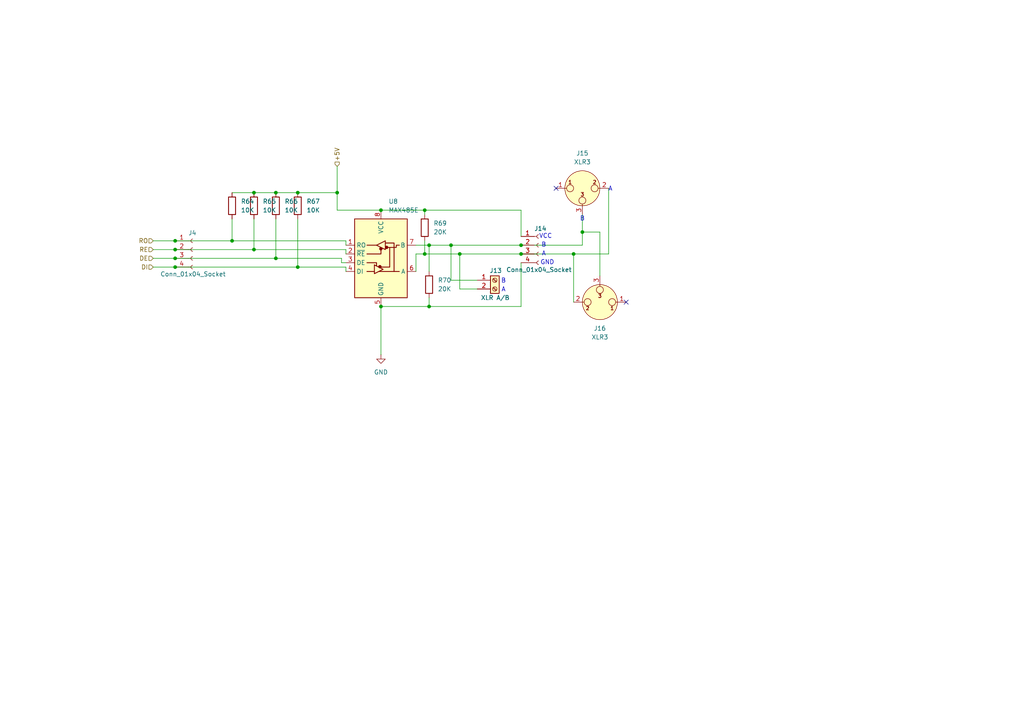
<source format=kicad_sch>
(kicad_sch
	(version 20231120)
	(generator "eeschema")
	(generator_version "8.0")
	(uuid "c6643cec-0f4b-46d7-89f9-372f75147800")
	(paper "A4")
	(lib_symbols
		(symbol "Connector:Conn_01x04_Socket"
			(pin_names
				(offset 1.016) hide)
			(exclude_from_sim no)
			(in_bom yes)
			(on_board yes)
			(property "Reference" "J"
				(at 0 5.08 0)
				(effects
					(font
						(size 1.27 1.27)
					)
				)
			)
			(property "Value" "Conn_01x04_Socket"
				(at 0 -7.62 0)
				(effects
					(font
						(size 1.27 1.27)
					)
				)
			)
			(property "Footprint" ""
				(at 0 0 0)
				(effects
					(font
						(size 1.27 1.27)
					)
					(hide yes)
				)
			)
			(property "Datasheet" "~"
				(at 0 0 0)
				(effects
					(font
						(size 1.27 1.27)
					)
					(hide yes)
				)
			)
			(property "Description" "Generic connector, single row, 01x04, script generated"
				(at 0 0 0)
				(effects
					(font
						(size 1.27 1.27)
					)
					(hide yes)
				)
			)
			(property "ki_locked" ""
				(at 0 0 0)
				(effects
					(font
						(size 1.27 1.27)
					)
				)
			)
			(property "ki_keywords" "connector"
				(at 0 0 0)
				(effects
					(font
						(size 1.27 1.27)
					)
					(hide yes)
				)
			)
			(property "ki_fp_filters" "Connector*:*_1x??_*"
				(at 0 0 0)
				(effects
					(font
						(size 1.27 1.27)
					)
					(hide yes)
				)
			)
			(symbol "Conn_01x04_Socket_1_1"
				(arc
					(start 0 -4.572)
					(mid -0.5058 -5.08)
					(end 0 -5.588)
					(stroke
						(width 0.1524)
						(type default)
					)
					(fill
						(type none)
					)
				)
				(arc
					(start 0 -2.032)
					(mid -0.5058 -2.54)
					(end 0 -3.048)
					(stroke
						(width 0.1524)
						(type default)
					)
					(fill
						(type none)
					)
				)
				(polyline
					(pts
						(xy -1.27 -5.08) (xy -0.508 -5.08)
					)
					(stroke
						(width 0.1524)
						(type default)
					)
					(fill
						(type none)
					)
				)
				(polyline
					(pts
						(xy -1.27 -2.54) (xy -0.508 -2.54)
					)
					(stroke
						(width 0.1524)
						(type default)
					)
					(fill
						(type none)
					)
				)
				(polyline
					(pts
						(xy -1.27 0) (xy -0.508 0)
					)
					(stroke
						(width 0.1524)
						(type default)
					)
					(fill
						(type none)
					)
				)
				(polyline
					(pts
						(xy -1.27 2.54) (xy -0.508 2.54)
					)
					(stroke
						(width 0.1524)
						(type default)
					)
					(fill
						(type none)
					)
				)
				(arc
					(start 0 0.508)
					(mid -0.5058 0)
					(end 0 -0.508)
					(stroke
						(width 0.1524)
						(type default)
					)
					(fill
						(type none)
					)
				)
				(arc
					(start 0 3.048)
					(mid -0.5058 2.54)
					(end 0 2.032)
					(stroke
						(width 0.1524)
						(type default)
					)
					(fill
						(type none)
					)
				)
				(pin passive line
					(at -5.08 2.54 0)
					(length 3.81)
					(name "Pin_1"
						(effects
							(font
								(size 1.27 1.27)
							)
						)
					)
					(number "1"
						(effects
							(font
								(size 1.27 1.27)
							)
						)
					)
				)
				(pin passive line
					(at -5.08 0 0)
					(length 3.81)
					(name "Pin_2"
						(effects
							(font
								(size 1.27 1.27)
							)
						)
					)
					(number "2"
						(effects
							(font
								(size 1.27 1.27)
							)
						)
					)
				)
				(pin passive line
					(at -5.08 -2.54 0)
					(length 3.81)
					(name "Pin_3"
						(effects
							(font
								(size 1.27 1.27)
							)
						)
					)
					(number "3"
						(effects
							(font
								(size 1.27 1.27)
							)
						)
					)
				)
				(pin passive line
					(at -5.08 -5.08 0)
					(length 3.81)
					(name "Pin_4"
						(effects
							(font
								(size 1.27 1.27)
							)
						)
					)
					(number "4"
						(effects
							(font
								(size 1.27 1.27)
							)
						)
					)
				)
			)
		)
		(symbol "Connector:Screw_Terminal_01x02"
			(pin_names
				(offset 1.016) hide)
			(exclude_from_sim no)
			(in_bom yes)
			(on_board yes)
			(property "Reference" "J"
				(at 0 2.54 0)
				(effects
					(font
						(size 1.27 1.27)
					)
				)
			)
			(property "Value" "Screw_Terminal_01x02"
				(at 0 -5.08 0)
				(effects
					(font
						(size 1.27 1.27)
					)
				)
			)
			(property "Footprint" ""
				(at 0 0 0)
				(effects
					(font
						(size 1.27 1.27)
					)
					(hide yes)
				)
			)
			(property "Datasheet" "~"
				(at 0 0 0)
				(effects
					(font
						(size 1.27 1.27)
					)
					(hide yes)
				)
			)
			(property "Description" "Generic screw terminal, single row, 01x02, script generated (kicad-library-utils/schlib/autogen/connector/)"
				(at 0 0 0)
				(effects
					(font
						(size 1.27 1.27)
					)
					(hide yes)
				)
			)
			(property "ki_keywords" "screw terminal"
				(at 0 0 0)
				(effects
					(font
						(size 1.27 1.27)
					)
					(hide yes)
				)
			)
			(property "ki_fp_filters" "TerminalBlock*:*"
				(at 0 0 0)
				(effects
					(font
						(size 1.27 1.27)
					)
					(hide yes)
				)
			)
			(symbol "Screw_Terminal_01x02_1_1"
				(rectangle
					(start -1.27 1.27)
					(end 1.27 -3.81)
					(stroke
						(width 0.254)
						(type default)
					)
					(fill
						(type background)
					)
				)
				(circle
					(center 0 -2.54)
					(radius 0.635)
					(stroke
						(width 0.1524)
						(type default)
					)
					(fill
						(type none)
					)
				)
				(polyline
					(pts
						(xy -0.5334 -2.2098) (xy 0.3302 -3.048)
					)
					(stroke
						(width 0.1524)
						(type default)
					)
					(fill
						(type none)
					)
				)
				(polyline
					(pts
						(xy -0.5334 0.3302) (xy 0.3302 -0.508)
					)
					(stroke
						(width 0.1524)
						(type default)
					)
					(fill
						(type none)
					)
				)
				(polyline
					(pts
						(xy -0.3556 -2.032) (xy 0.508 -2.8702)
					)
					(stroke
						(width 0.1524)
						(type default)
					)
					(fill
						(type none)
					)
				)
				(polyline
					(pts
						(xy -0.3556 0.508) (xy 0.508 -0.3302)
					)
					(stroke
						(width 0.1524)
						(type default)
					)
					(fill
						(type none)
					)
				)
				(circle
					(center 0 0)
					(radius 0.635)
					(stroke
						(width 0.1524)
						(type default)
					)
					(fill
						(type none)
					)
				)
				(pin passive line
					(at -5.08 0 0)
					(length 3.81)
					(name "Pin_1"
						(effects
							(font
								(size 1.27 1.27)
							)
						)
					)
					(number "1"
						(effects
							(font
								(size 1.27 1.27)
							)
						)
					)
				)
				(pin passive line
					(at -5.08 -2.54 0)
					(length 3.81)
					(name "Pin_2"
						(effects
							(font
								(size 1.27 1.27)
							)
						)
					)
					(number "2"
						(effects
							(font
								(size 1.27 1.27)
							)
						)
					)
				)
			)
		)
		(symbol "Connector_Audio:XLR3"
			(pin_names hide)
			(exclude_from_sim no)
			(in_bom yes)
			(on_board yes)
			(property "Reference" "J"
				(at 0 8.89 0)
				(effects
					(font
						(size 1.27 1.27)
					)
				)
			)
			(property "Value" "XLR3"
				(at 0 6.35 0)
				(effects
					(font
						(size 1.27 1.27)
					)
				)
			)
			(property "Footprint" ""
				(at 0 0 0)
				(effects
					(font
						(size 1.27 1.27)
					)
					(hide yes)
				)
			)
			(property "Datasheet" " ~"
				(at 0 0 0)
				(effects
					(font
						(size 1.27 1.27)
					)
					(hide yes)
				)
			)
			(property "Description" "XLR Connector, Male or Female, 3 Pins"
				(at 0 0 0)
				(effects
					(font
						(size 1.27 1.27)
					)
					(hide yes)
				)
			)
			(property "ki_keywords" "xlr connector"
				(at 0 0 0)
				(effects
					(font
						(size 1.27 1.27)
					)
					(hide yes)
				)
			)
			(property "ki_fp_filters" "Jack*XLR*"
				(at 0 0 0)
				(effects
					(font
						(size 1.27 1.27)
					)
					(hide yes)
				)
			)
			(symbol "XLR3_0_1"
				(circle
					(center -3.556 0)
					(radius 1.016)
					(stroke
						(width 0)
						(type default)
					)
					(fill
						(type none)
					)
				)
				(circle
					(center 0 -3.556)
					(radius 1.016)
					(stroke
						(width 0)
						(type default)
					)
					(fill
						(type none)
					)
				)
				(polyline
					(pts
						(xy -5.08 0) (xy -4.572 0)
					)
					(stroke
						(width 0)
						(type default)
					)
					(fill
						(type none)
					)
				)
				(polyline
					(pts
						(xy 0 -5.08) (xy 0 -4.572)
					)
					(stroke
						(width 0)
						(type default)
					)
					(fill
						(type none)
					)
				)
				(polyline
					(pts
						(xy 5.08 0) (xy 4.572 0)
					)
					(stroke
						(width 0)
						(type default)
					)
					(fill
						(type none)
					)
				)
				(circle
					(center 0 0)
					(radius 5.08)
					(stroke
						(width 0)
						(type default)
					)
					(fill
						(type background)
					)
				)
				(circle
					(center 3.556 0)
					(radius 1.016)
					(stroke
						(width 0)
						(type default)
					)
					(fill
						(type none)
					)
				)
				(text "1"
					(at -3.556 1.778 0)
					(effects
						(font
							(size 1.016 1.016)
							(bold yes)
						)
					)
				)
				(text "2"
					(at 3.556 1.778 0)
					(effects
						(font
							(size 1.016 1.016)
							(bold yes)
						)
					)
				)
				(text "3"
					(at 0 -1.778 0)
					(effects
						(font
							(size 1.016 1.016)
							(bold yes)
						)
					)
				)
				(pin passive line
					(at -7.62 0 0)
					(length 2.54)
					(name "~"
						(effects
							(font
								(size 1.27 1.27)
							)
						)
					)
					(number "1"
						(effects
							(font
								(size 1.27 1.27)
							)
						)
					)
				)
				(pin passive line
					(at 7.62 0 180)
					(length 2.54)
					(name "~"
						(effects
							(font
								(size 1.27 1.27)
							)
						)
					)
					(number "2"
						(effects
							(font
								(size 1.27 1.27)
							)
						)
					)
				)
				(pin passive line
					(at 0 -7.62 90)
					(length 2.54)
					(name "~"
						(effects
							(font
								(size 1.27 1.27)
							)
						)
					)
					(number "3"
						(effects
							(font
								(size 1.27 1.27)
							)
						)
					)
				)
			)
		)
		(symbol "Device:R"
			(pin_numbers hide)
			(pin_names
				(offset 0)
			)
			(exclude_from_sim no)
			(in_bom yes)
			(on_board yes)
			(property "Reference" "R"
				(at 2.032 0 90)
				(effects
					(font
						(size 1.27 1.27)
					)
				)
			)
			(property "Value" "R"
				(at 0 0 90)
				(effects
					(font
						(size 1.27 1.27)
					)
				)
			)
			(property "Footprint" ""
				(at -1.778 0 90)
				(effects
					(font
						(size 1.27 1.27)
					)
					(hide yes)
				)
			)
			(property "Datasheet" "~"
				(at 0 0 0)
				(effects
					(font
						(size 1.27 1.27)
					)
					(hide yes)
				)
			)
			(property "Description" "Resistor"
				(at 0 0 0)
				(effects
					(font
						(size 1.27 1.27)
					)
					(hide yes)
				)
			)
			(property "ki_keywords" "R res resistor"
				(at 0 0 0)
				(effects
					(font
						(size 1.27 1.27)
					)
					(hide yes)
				)
			)
			(property "ki_fp_filters" "R_*"
				(at 0 0 0)
				(effects
					(font
						(size 1.27 1.27)
					)
					(hide yes)
				)
			)
			(symbol "R_0_1"
				(rectangle
					(start -1.016 -2.54)
					(end 1.016 2.54)
					(stroke
						(width 0.254)
						(type default)
					)
					(fill
						(type none)
					)
				)
			)
			(symbol "R_1_1"
				(pin passive line
					(at 0 3.81 270)
					(length 1.27)
					(name "~"
						(effects
							(font
								(size 1.27 1.27)
							)
						)
					)
					(number "1"
						(effects
							(font
								(size 1.27 1.27)
							)
						)
					)
				)
				(pin passive line
					(at 0 -3.81 90)
					(length 1.27)
					(name "~"
						(effects
							(font
								(size 1.27 1.27)
							)
						)
					)
					(number "2"
						(effects
							(font
								(size 1.27 1.27)
							)
						)
					)
				)
			)
		)
		(symbol "Interface_UART:MAX485E"
			(exclude_from_sim no)
			(in_bom yes)
			(on_board yes)
			(property "Reference" "U"
				(at -6.096 11.43 0)
				(effects
					(font
						(size 1.27 1.27)
					)
				)
			)
			(property "Value" "MAX485E"
				(at 0.762 11.43 0)
				(effects
					(font
						(size 1.27 1.27)
					)
					(justify left)
				)
			)
			(property "Footprint" ""
				(at 0 -17.78 0)
				(effects
					(font
						(size 1.27 1.27)
					)
					(hide yes)
				)
			)
			(property "Datasheet" "https://datasheets.maximintegrated.com/en/ds/MAX1487E-MAX491E.pdf"
				(at 0 1.27 0)
				(effects
					(font
						(size 1.27 1.27)
					)
					(hide yes)
				)
			)
			(property "Description" "Half duplex RS-485/RS-422, 2.5 Mbps, ±15kV electro-static discharge (ESD) protection, no slew-rate, no low-power shutdown, with receiver/driver enable, 32 receiver drive capability, DIP-8 and SOIC-8"
				(at 0 0 0)
				(effects
					(font
						(size 1.27 1.27)
					)
					(hide yes)
				)
			)
			(property "ki_keywords" "transceiver"
				(at 0 0 0)
				(effects
					(font
						(size 1.27 1.27)
					)
					(hide yes)
				)
			)
			(property "ki_fp_filters" "DIP*W7.62mm* SOIC*3.9x4.9mm*P1.27mm*"
				(at 0 0 0)
				(effects
					(font
						(size 1.27 1.27)
					)
					(hide yes)
				)
			)
			(symbol "MAX485E_0_1"
				(rectangle
					(start -7.62 10.16)
					(end 7.62 -12.7)
					(stroke
						(width 0.254)
						(type default)
					)
					(fill
						(type background)
					)
				)
				(circle
					(center -0.3048 -3.683)
					(radius 0.3556)
					(stroke
						(width 0.254)
						(type default)
					)
					(fill
						(type outline)
					)
				)
				(circle
					(center -0.0254 1.4986)
					(radius 0.3556)
					(stroke
						(width 0.254)
						(type default)
					)
					(fill
						(type outline)
					)
				)
				(polyline
					(pts
						(xy -4.064 -5.08) (xy -1.905 -5.08)
					)
					(stroke
						(width 0.254)
						(type default)
					)
					(fill
						(type none)
					)
				)
				(polyline
					(pts
						(xy -4.064 2.54) (xy -1.27 2.54)
					)
					(stroke
						(width 0.254)
						(type default)
					)
					(fill
						(type none)
					)
				)
				(polyline
					(pts
						(xy -1.27 -3.2004) (xy -1.27 -3.4544)
					)
					(stroke
						(width 0.254)
						(type default)
					)
					(fill
						(type none)
					)
				)
				(polyline
					(pts
						(xy -0.635 -5.08) (xy 5.334 -5.08)
					)
					(stroke
						(width 0.254)
						(type default)
					)
					(fill
						(type none)
					)
				)
				(polyline
					(pts
						(xy -4.064 -2.54) (xy -1.27 -2.54) (xy -1.27 -3.175)
					)
					(stroke
						(width 0.254)
						(type default)
					)
					(fill
						(type none)
					)
				)
				(polyline
					(pts
						(xy 0 1.27) (xy 0 0) (xy -4.064 0)
					)
					(stroke
						(width 0.254)
						(type default)
					)
					(fill
						(type none)
					)
				)
				(polyline
					(pts
						(xy 1.27 3.175) (xy 3.81 3.175) (xy 3.81 -5.08)
					)
					(stroke
						(width 0.254)
						(type default)
					)
					(fill
						(type none)
					)
				)
				(polyline
					(pts
						(xy 2.54 1.905) (xy 2.54 -3.81) (xy 0 -3.81)
					)
					(stroke
						(width 0.254)
						(type default)
					)
					(fill
						(type none)
					)
				)
				(polyline
					(pts
						(xy -1.905 -3.175) (xy -1.905 -5.715) (xy 0.635 -4.445) (xy -1.905 -3.175)
					)
					(stroke
						(width 0.254)
						(type default)
					)
					(fill
						(type none)
					)
				)
				(polyline
					(pts
						(xy -1.27 2.54) (xy 1.27 3.81) (xy 1.27 1.27) (xy -1.27 2.54)
					)
					(stroke
						(width 0.254)
						(type default)
					)
					(fill
						(type none)
					)
				)
				(polyline
					(pts
						(xy 1.905 1.905) (xy 4.445 1.905) (xy 4.445 2.54) (xy 5.334 2.54)
					)
					(stroke
						(width 0.254)
						(type default)
					)
					(fill
						(type none)
					)
				)
				(rectangle
					(start 1.27 3.175)
					(end 1.27 3.175)
					(stroke
						(width 0)
						(type default)
					)
					(fill
						(type none)
					)
				)
				(circle
					(center 1.651 1.905)
					(radius 0.3556)
					(stroke
						(width 0.254)
						(type default)
					)
					(fill
						(type outline)
					)
				)
			)
			(symbol "MAX485E_1_1"
				(pin output line
					(at -10.16 2.54 0)
					(length 2.54)
					(name "RO"
						(effects
							(font
								(size 1.27 1.27)
							)
						)
					)
					(number "1"
						(effects
							(font
								(size 1.27 1.27)
							)
						)
					)
				)
				(pin input line
					(at -10.16 0 0)
					(length 2.54)
					(name "~{RE}"
						(effects
							(font
								(size 1.27 1.27)
							)
						)
					)
					(number "2"
						(effects
							(font
								(size 1.27 1.27)
							)
						)
					)
				)
				(pin input line
					(at -10.16 -2.54 0)
					(length 2.54)
					(name "DE"
						(effects
							(font
								(size 1.27 1.27)
							)
						)
					)
					(number "3"
						(effects
							(font
								(size 1.27 1.27)
							)
						)
					)
				)
				(pin input line
					(at -10.16 -5.08 0)
					(length 2.54)
					(name "DI"
						(effects
							(font
								(size 1.27 1.27)
							)
						)
					)
					(number "4"
						(effects
							(font
								(size 1.27 1.27)
							)
						)
					)
				)
				(pin power_in line
					(at 0 -15.24 90)
					(length 2.54)
					(name "GND"
						(effects
							(font
								(size 1.27 1.27)
							)
						)
					)
					(number "5"
						(effects
							(font
								(size 1.27 1.27)
							)
						)
					)
				)
				(pin bidirectional line
					(at 10.16 -5.08 180)
					(length 2.54)
					(name "A"
						(effects
							(font
								(size 1.27 1.27)
							)
						)
					)
					(number "6"
						(effects
							(font
								(size 1.27 1.27)
							)
						)
					)
				)
				(pin bidirectional line
					(at 10.16 2.54 180)
					(length 2.54)
					(name "B"
						(effects
							(font
								(size 1.27 1.27)
							)
						)
					)
					(number "7"
						(effects
							(font
								(size 1.27 1.27)
							)
						)
					)
				)
				(pin power_in line
					(at 0 12.7 270)
					(length 2.54)
					(name "VCC"
						(effects
							(font
								(size 1.27 1.27)
							)
						)
					)
					(number "8"
						(effects
							(font
								(size 1.27 1.27)
							)
						)
					)
				)
			)
		)
		(symbol "power:GND"
			(power)
			(pin_numbers hide)
			(pin_names
				(offset 0) hide)
			(exclude_from_sim no)
			(in_bom yes)
			(on_board yes)
			(property "Reference" "#PWR"
				(at 0 -6.35 0)
				(effects
					(font
						(size 1.27 1.27)
					)
					(hide yes)
				)
			)
			(property "Value" "GND"
				(at 0 -3.81 0)
				(effects
					(font
						(size 1.27 1.27)
					)
				)
			)
			(property "Footprint" ""
				(at 0 0 0)
				(effects
					(font
						(size 1.27 1.27)
					)
					(hide yes)
				)
			)
			(property "Datasheet" ""
				(at 0 0 0)
				(effects
					(font
						(size 1.27 1.27)
					)
					(hide yes)
				)
			)
			(property "Description" "Power symbol creates a global label with name \"GND\" , ground"
				(at 0 0 0)
				(effects
					(font
						(size 1.27 1.27)
					)
					(hide yes)
				)
			)
			(property "ki_keywords" "global power"
				(at 0 0 0)
				(effects
					(font
						(size 1.27 1.27)
					)
					(hide yes)
				)
			)
			(symbol "GND_0_1"
				(polyline
					(pts
						(xy 0 0) (xy 0 -1.27) (xy 1.27 -1.27) (xy 0 -2.54) (xy -1.27 -1.27) (xy 0 -1.27)
					)
					(stroke
						(width 0)
						(type default)
					)
					(fill
						(type none)
					)
				)
			)
			(symbol "GND_1_1"
				(pin power_in line
					(at 0 0 270)
					(length 0)
					(name "~"
						(effects
							(font
								(size 1.27 1.27)
							)
						)
					)
					(number "1"
						(effects
							(font
								(size 1.27 1.27)
							)
						)
					)
				)
			)
		)
	)
	(junction
		(at 50.8 69.85)
		(diameter 0)
		(color 0 0 0 0)
		(uuid "2e3d2cc7-398c-4173-8478-cb0aa6edac9f")
	)
	(junction
		(at 166.37 73.66)
		(diameter 0)
		(color 0 0 0 0)
		(uuid "2e685eab-5d8f-4b4d-a791-076edfbd2a1b")
	)
	(junction
		(at 73.66 55.88)
		(diameter 0)
		(color 0 0 0 0)
		(uuid "2ecad042-3db6-4681-a7c2-7eb81460360e")
	)
	(junction
		(at 50.8 77.47)
		(diameter 0)
		(color 0 0 0 0)
		(uuid "38591345-0f15-4dca-a3b7-9b017cd14f0e")
	)
	(junction
		(at 50.8 72.39)
		(diameter 0)
		(color 0 0 0 0)
		(uuid "3ad056b0-1aab-4794-b6ed-78ea6e43c65c")
	)
	(junction
		(at 123.19 60.96)
		(diameter 0)
		(color 0 0 0 0)
		(uuid "3fb5ee38-add0-4e83-b4e6-b34360676db5")
	)
	(junction
		(at 80.01 55.88)
		(diameter 0)
		(color 0 0 0 0)
		(uuid "543eb417-dffb-47a6-8b36-50ffcc726cd9")
	)
	(junction
		(at 133.35 73.66)
		(diameter 0)
		(color 0 0 0 0)
		(uuid "5beb762b-002c-4f0e-a37b-e710ca9800d4")
	)
	(junction
		(at 110.49 88.9)
		(diameter 0)
		(color 0 0 0 0)
		(uuid "68234b95-9e40-42f1-8e32-2b9f61c02b23")
	)
	(junction
		(at 80.01 74.93)
		(diameter 0)
		(color 0 0 0 0)
		(uuid "72a227ed-91e0-44c0-b6b3-36a35e7f9d78")
	)
	(junction
		(at 124.46 71.12)
		(diameter 0)
		(color 0 0 0 0)
		(uuid "84802c89-dd1c-4bf2-9d1b-ff9bf0e726a9")
	)
	(junction
		(at 123.19 73.66)
		(diameter 0)
		(color 0 0 0 0)
		(uuid "85117aec-7adc-4ecf-9d55-f683fa80cf72")
	)
	(junction
		(at 86.36 55.88)
		(diameter 0)
		(color 0 0 0 0)
		(uuid "935e8e13-43b1-47aa-a493-af52478b9d01")
	)
	(junction
		(at 86.36 77.47)
		(diameter 0)
		(color 0 0 0 0)
		(uuid "9b10ee46-3ff8-46be-b40a-1028cfc35d68")
	)
	(junction
		(at 50.8 74.93)
		(diameter 0)
		(color 0 0 0 0)
		(uuid "9f0c1be5-df06-4836-93fe-c1d2fec450b4")
	)
	(junction
		(at 97.79 55.88)
		(diameter 0)
		(color 0 0 0 0)
		(uuid "a2edd7b2-7cea-4ebe-a010-06eed693d8b5")
	)
	(junction
		(at 168.91 67.31)
		(diameter 0)
		(color 0 0 0 0)
		(uuid "b7add1c2-e14f-4c2c-9628-87114d4695ef")
	)
	(junction
		(at 151.13 73.66)
		(diameter 0)
		(color 0 0 0 0)
		(uuid "babac034-0413-4727-8214-04c1dab59228")
	)
	(junction
		(at 67.31 69.85)
		(diameter 0)
		(color 0 0 0 0)
		(uuid "cafa3eb5-e23e-45d6-89cf-d2c3f4fb7633")
	)
	(junction
		(at 151.13 71.12)
		(diameter 0)
		(color 0 0 0 0)
		(uuid "e564646b-7d83-4d99-b125-f8261ef0b270")
	)
	(junction
		(at 73.66 72.39)
		(diameter 0)
		(color 0 0 0 0)
		(uuid "e6aef9c8-2584-496d-b3a1-ae87022a1840")
	)
	(junction
		(at 110.49 60.96)
		(diameter 0)
		(color 0 0 0 0)
		(uuid "fb609cae-f4f1-42df-a6ef-dc671392a482")
	)
	(junction
		(at 124.46 88.9)
		(diameter 0)
		(color 0 0 0 0)
		(uuid "fbefb5ed-7337-4d9c-8e90-6b943e38bd32")
	)
	(junction
		(at 130.81 71.12)
		(diameter 0)
		(color 0 0 0 0)
		(uuid "fe499264-4882-4e26-b6e6-4def880f6116")
	)
	(no_connect
		(at 161.29 54.61)
		(uuid "79773b70-af71-4048-ae7a-f0d3789c4377")
	)
	(no_connect
		(at 181.61 87.63)
		(uuid "bc2080fa-ba58-4f1e-9d5b-ee24ff7f4289")
	)
	(wire
		(pts
			(xy 124.46 71.12) (xy 124.46 78.74)
		)
		(stroke
			(width 0)
			(type default)
		)
		(uuid "04dfcc00-c593-4df6-8046-612c440705a1")
	)
	(wire
		(pts
			(xy 138.43 81.28) (xy 130.81 81.28)
		)
		(stroke
			(width 0)
			(type default)
		)
		(uuid "088c0f56-a890-440c-8fc6-2c7c495b6aec")
	)
	(wire
		(pts
			(xy 67.31 63.5) (xy 67.31 69.85)
		)
		(stroke
			(width 0)
			(type default)
		)
		(uuid "0d7a7dd5-3496-41aa-92d2-541c35983ed1")
	)
	(wire
		(pts
			(xy 123.19 60.96) (xy 123.19 62.23)
		)
		(stroke
			(width 0)
			(type default)
		)
		(uuid "16ff9bc0-33e3-4484-80c6-deb4c90f9d60")
	)
	(wire
		(pts
			(xy 67.31 55.88) (xy 73.66 55.88)
		)
		(stroke
			(width 0)
			(type default)
		)
		(uuid "1a8e237c-b9d9-4ca8-98ff-2b370c662d13")
	)
	(wire
		(pts
			(xy 44.45 77.47) (xy 50.8 77.47)
		)
		(stroke
			(width 0)
			(type default)
		)
		(uuid "1d12d204-97a0-4573-a947-656e2e7d1188")
	)
	(wire
		(pts
			(xy 110.49 60.96) (xy 97.79 60.96)
		)
		(stroke
			(width 0)
			(type default)
		)
		(uuid "1d3931b7-55d3-4503-b484-35c52ab8412c")
	)
	(wire
		(pts
			(xy 97.79 55.88) (xy 97.79 48.26)
		)
		(stroke
			(width 0)
			(type default)
		)
		(uuid "26143448-cf28-4220-b62f-0f0d892fae15")
	)
	(wire
		(pts
			(xy 44.45 69.85) (xy 50.8 69.85)
		)
		(stroke
			(width 0)
			(type default)
		)
		(uuid "28e0ee8a-c69d-4e4e-a97b-ac1d03767d12")
	)
	(wire
		(pts
			(xy 99.06 76.2) (xy 100.33 76.2)
		)
		(stroke
			(width 0)
			(type default)
		)
		(uuid "2c2c575c-85c9-4187-90bc-ff8837cecb60")
	)
	(wire
		(pts
			(xy 100.33 72.39) (xy 100.33 73.66)
		)
		(stroke
			(width 0)
			(type default)
		)
		(uuid "341f43f4-8749-48d1-813f-edb0709837f3")
	)
	(wire
		(pts
			(xy 133.35 73.66) (xy 151.13 73.66)
		)
		(stroke
			(width 0)
			(type default)
		)
		(uuid "356df4e0-64bf-4d51-86ef-ac3a5c1922e1")
	)
	(wire
		(pts
			(xy 123.19 69.85) (xy 123.19 73.66)
		)
		(stroke
			(width 0)
			(type default)
		)
		(uuid "358c82ae-3646-4ff5-a3f5-012252a0e978")
	)
	(wire
		(pts
			(xy 151.13 76.2) (xy 151.13 88.9)
		)
		(stroke
			(width 0)
			(type default)
		)
		(uuid "37f01f1f-0ac5-4363-a746-2534f4a536ff")
	)
	(wire
		(pts
			(xy 97.79 60.96) (xy 97.79 55.88)
		)
		(stroke
			(width 0)
			(type default)
		)
		(uuid "39f64a61-28ae-4607-bc05-60143fa3a656")
	)
	(wire
		(pts
			(xy 80.01 63.5) (xy 80.01 74.93)
		)
		(stroke
			(width 0)
			(type default)
		)
		(uuid "3b1e5956-2a81-4c56-afa5-225d84d00c2d")
	)
	(wire
		(pts
			(xy 86.36 55.88) (xy 97.79 55.88)
		)
		(stroke
			(width 0)
			(type default)
		)
		(uuid "4b36e543-0c3a-435c-b25f-815dc221aaf4")
	)
	(wire
		(pts
			(xy 124.46 71.12) (xy 130.81 71.12)
		)
		(stroke
			(width 0)
			(type default)
		)
		(uuid "4b7d1ea2-eec3-4e0b-aa2e-d39e981478a0")
	)
	(wire
		(pts
			(xy 123.19 73.66) (xy 120.65 73.66)
		)
		(stroke
			(width 0)
			(type default)
		)
		(uuid "522f90ba-c129-4a1b-9280-5cc5ef95b8ce")
	)
	(wire
		(pts
			(xy 50.8 69.85) (xy 67.31 69.85)
		)
		(stroke
			(width 0)
			(type default)
		)
		(uuid "53d630b3-4ad2-47a1-b279-65a10a140dcc")
	)
	(wire
		(pts
			(xy 168.91 71.12) (xy 151.13 71.12)
		)
		(stroke
			(width 0)
			(type default)
		)
		(uuid "5d128fd6-a46e-4bc1-b3fc-e910a68ba585")
	)
	(wire
		(pts
			(xy 130.81 81.28) (xy 130.81 71.12)
		)
		(stroke
			(width 0)
			(type default)
		)
		(uuid "5e7f6c05-37cb-439f-9ce3-52e0924fb064")
	)
	(wire
		(pts
			(xy 99.06 74.93) (xy 99.06 76.2)
		)
		(stroke
			(width 0)
			(type default)
		)
		(uuid "5f0ca82b-108c-442c-a15d-54588353d258")
	)
	(wire
		(pts
			(xy 120.65 73.66) (xy 120.65 78.74)
		)
		(stroke
			(width 0)
			(type default)
		)
		(uuid "6a986573-14ec-43a5-b958-d87c02693082")
	)
	(wire
		(pts
			(xy 151.13 88.9) (xy 124.46 88.9)
		)
		(stroke
			(width 0)
			(type default)
		)
		(uuid "714ed13e-db73-4772-932b-bff8feef8d24")
	)
	(wire
		(pts
			(xy 110.49 88.9) (xy 110.49 102.87)
		)
		(stroke
			(width 0)
			(type default)
		)
		(uuid "72f45196-a135-4e68-af4a-1cb5d1814d37")
	)
	(wire
		(pts
			(xy 80.01 74.93) (xy 99.06 74.93)
		)
		(stroke
			(width 0)
			(type default)
		)
		(uuid "73ded72b-58b9-413f-939f-12cd5db25eab")
	)
	(wire
		(pts
			(xy 100.33 69.85) (xy 100.33 71.12)
		)
		(stroke
			(width 0)
			(type default)
		)
		(uuid "73e163fa-2d4c-4625-82e2-8dd01905f6ec")
	)
	(wire
		(pts
			(xy 86.36 63.5) (xy 86.36 77.47)
		)
		(stroke
			(width 0)
			(type default)
		)
		(uuid "782e5627-be9a-4e8e-9db2-e92b029f7506")
	)
	(wire
		(pts
			(xy 166.37 87.63) (xy 166.37 73.66)
		)
		(stroke
			(width 0)
			(type default)
		)
		(uuid "788d12d7-96f3-422b-8f95-d808387d0db9")
	)
	(wire
		(pts
			(xy 166.37 73.66) (xy 176.53 73.66)
		)
		(stroke
			(width 0)
			(type default)
		)
		(uuid "78ef75ec-367b-452c-844d-7f2331533e98")
	)
	(wire
		(pts
			(xy 73.66 55.88) (xy 80.01 55.88)
		)
		(stroke
			(width 0)
			(type default)
		)
		(uuid "7a7b7c7e-6878-4784-889f-15090a26f0f0")
	)
	(wire
		(pts
			(xy 50.8 74.93) (xy 80.01 74.93)
		)
		(stroke
			(width 0)
			(type default)
		)
		(uuid "7bf0cb38-5f49-4739-8ca3-ac681976e131")
	)
	(wire
		(pts
			(xy 151.13 60.96) (xy 151.13 68.58)
		)
		(stroke
			(width 0)
			(type default)
		)
		(uuid "7daae602-628e-4198-a9f6-f86626ae46a1")
	)
	(wire
		(pts
			(xy 80.01 55.88) (xy 86.36 55.88)
		)
		(stroke
			(width 0)
			(type default)
		)
		(uuid "805b110e-ea14-4618-9937-a0220e5395a4")
	)
	(wire
		(pts
			(xy 67.31 69.85) (xy 100.33 69.85)
		)
		(stroke
			(width 0)
			(type default)
		)
		(uuid "82c7e88d-10d1-41d0-8046-6d404102e616")
	)
	(wire
		(pts
			(xy 73.66 72.39) (xy 100.33 72.39)
		)
		(stroke
			(width 0)
			(type default)
		)
		(uuid "873a3d6c-2e2f-4c10-83cd-fbac2dc75f05")
	)
	(wire
		(pts
			(xy 50.8 72.39) (xy 73.66 72.39)
		)
		(stroke
			(width 0)
			(type default)
		)
		(uuid "8d6a29a7-6761-4929-b498-16da89409ecf")
	)
	(wire
		(pts
			(xy 100.33 77.47) (xy 100.33 78.74)
		)
		(stroke
			(width 0)
			(type default)
		)
		(uuid "8dae2aa9-ad6b-4162-8a0a-2dd841b12c4d")
	)
	(wire
		(pts
			(xy 86.36 77.47) (xy 100.33 77.47)
		)
		(stroke
			(width 0)
			(type default)
		)
		(uuid "ae35094d-1dee-46d5-9a98-0bc6971dc19e")
	)
	(wire
		(pts
			(xy 168.91 62.23) (xy 168.91 67.31)
		)
		(stroke
			(width 0)
			(type default)
		)
		(uuid "b2455b5e-8b2a-42a0-84d4-8966906a7d2e")
	)
	(wire
		(pts
			(xy 110.49 60.96) (xy 123.19 60.96)
		)
		(stroke
			(width 0)
			(type default)
		)
		(uuid "bb5efdf8-5f8e-4cc7-83a5-a9adf8b58897")
	)
	(wire
		(pts
			(xy 44.45 74.93) (xy 50.8 74.93)
		)
		(stroke
			(width 0)
			(type default)
		)
		(uuid "bb8c0e45-9cc4-4bf4-ac43-e157d023b871")
	)
	(wire
		(pts
			(xy 138.43 83.82) (xy 133.35 83.82)
		)
		(stroke
			(width 0)
			(type default)
		)
		(uuid "bc8dcebf-ab0a-4df6-958f-baa298fd1d01")
	)
	(wire
		(pts
			(xy 133.35 83.82) (xy 133.35 73.66)
		)
		(stroke
			(width 0)
			(type default)
		)
		(uuid "bf7d80df-f9c4-4cab-9e29-8509e84dbdae")
	)
	(wire
		(pts
			(xy 123.19 60.96) (xy 151.13 60.96)
		)
		(stroke
			(width 0)
			(type default)
		)
		(uuid "c3246679-288a-4dfb-a03d-11126b01fc84")
	)
	(wire
		(pts
			(xy 151.13 73.66) (xy 166.37 73.66)
		)
		(stroke
			(width 0)
			(type default)
		)
		(uuid "c4f976e8-9d24-4e0d-9e2a-e6fc3feb8ce7")
	)
	(wire
		(pts
			(xy 73.66 63.5) (xy 73.66 72.39)
		)
		(stroke
			(width 0)
			(type default)
		)
		(uuid "c837ba72-cf7b-4f93-8ab9-394a54914983")
	)
	(wire
		(pts
			(xy 124.46 88.9) (xy 110.49 88.9)
		)
		(stroke
			(width 0)
			(type default)
		)
		(uuid "cb15d66e-3adf-4592-b04c-add93bd1c22c")
	)
	(wire
		(pts
			(xy 124.46 86.36) (xy 124.46 88.9)
		)
		(stroke
			(width 0)
			(type default)
		)
		(uuid "d24d5979-4dc5-4972-b76d-2b0767eafe71")
	)
	(wire
		(pts
			(xy 173.99 67.31) (xy 173.99 80.01)
		)
		(stroke
			(width 0)
			(type default)
		)
		(uuid "d487e703-e230-439c-9be9-7e986e8dd0ac")
	)
	(wire
		(pts
			(xy 176.53 54.61) (xy 176.53 73.66)
		)
		(stroke
			(width 0)
			(type default)
		)
		(uuid "d84a4378-c63a-4054-9a90-6d10bc2e1ad9")
	)
	(wire
		(pts
			(xy 50.8 77.47) (xy 86.36 77.47)
		)
		(stroke
			(width 0)
			(type default)
		)
		(uuid "dbc653e5-4692-4967-84f2-5a885417814e")
	)
	(wire
		(pts
			(xy 168.91 67.31) (xy 168.91 71.12)
		)
		(stroke
			(width 0)
			(type default)
		)
		(uuid "e26f2444-801b-4c40-90c5-bbc0d865feb7")
	)
	(wire
		(pts
			(xy 44.45 72.39) (xy 50.8 72.39)
		)
		(stroke
			(width 0)
			(type default)
		)
		(uuid "ea8d1ec6-596e-4268-8d1b-4febca4137c6")
	)
	(wire
		(pts
			(xy 133.35 73.66) (xy 123.19 73.66)
		)
		(stroke
			(width 0)
			(type default)
		)
		(uuid "eb3e8841-04df-4d9b-b258-1d57b6197ec1")
	)
	(wire
		(pts
			(xy 168.91 67.31) (xy 173.99 67.31)
		)
		(stroke
			(width 0)
			(type default)
		)
		(uuid "f484f724-4297-4931-bc08-a647b24b301c")
	)
	(wire
		(pts
			(xy 120.65 71.12) (xy 124.46 71.12)
		)
		(stroke
			(width 0)
			(type default)
		)
		(uuid "f982894f-17ad-487c-8792-9edd57e13bef")
	)
	(wire
		(pts
			(xy 130.81 71.12) (xy 151.13 71.12)
		)
		(stroke
			(width 0)
			(type default)
		)
		(uuid "fd424f21-fb9d-4d1e-8a7f-4cf4dd521d20")
	)
	(text "VCC"
		(exclude_from_sim no)
		(at 158.242 68.58 0)
		(effects
			(font
				(size 1.27 1.27)
			)
		)
		(uuid "234fae25-ba89-45e8-95b9-dfca4925f4c1")
	)
	(text "B"
		(exclude_from_sim no)
		(at 157.734 71.12 0)
		(effects
			(font
				(size 1.27 1.27)
			)
		)
		(uuid "3af158cf-a68e-475d-99f3-a520f450fa34")
	)
	(text "A"
		(exclude_from_sim no)
		(at 157.734 73.66 0)
		(effects
			(font
				(size 1.27 1.27)
			)
		)
		(uuid "489626ee-d3fd-4e57-a719-ef8a03258684")
	)
	(text "A"
		(exclude_from_sim no)
		(at 177.038 54.864 0)
		(effects
			(font
				(size 1.27 1.27)
			)
		)
		(uuid "4f14730b-5dfd-4afb-b0b0-a5e39548a72d")
	)
	(text "A"
		(exclude_from_sim no)
		(at 146.05 84.074 0)
		(effects
			(font
				(size 1.27 1.27)
			)
		)
		(uuid "5a247cf6-d585-4e6e-90e2-4f06ee10814a")
	)
	(text "B"
		(exclude_from_sim no)
		(at 168.91 63.5 0)
		(effects
			(font
				(size 1.27 1.27)
			)
		)
		(uuid "be819c58-a278-455a-99d2-f034f1582bbe")
	)
	(text "GND"
		(exclude_from_sim no)
		(at 158.75 76.2 0)
		(effects
			(font
				(size 1.27 1.27)
			)
		)
		(uuid "ecddaa30-6720-45f5-b69f-7a8c5015e6ae")
	)
	(text "B"
		(exclude_from_sim no)
		(at 146.05 81.534 0)
		(effects
			(font
				(size 1.27 1.27)
			)
		)
		(uuid "fe2c046e-8788-4c93-97f4-ea7939ec5dd8")
	)
	(hierarchical_label "RE"
		(shape input)
		(at 44.45 72.39 180)
		(fields_autoplaced yes)
		(effects
			(font
				(size 1.27 1.27)
			)
			(justify right)
		)
		(uuid "468a8d49-88d2-4e25-85c0-c47a74c16918")
	)
	(hierarchical_label "+5V"
		(shape input)
		(at 97.79 48.26 90)
		(fields_autoplaced yes)
		(effects
			(font
				(size 1.27 1.27)
			)
			(justify left)
		)
		(uuid "7dca4d0d-f6f4-4e0d-beb9-153ec1275314")
	)
	(hierarchical_label "RO"
		(shape input)
		(at 44.45 69.85 180)
		(fields_autoplaced yes)
		(effects
			(font
				(size 1.27 1.27)
			)
			(justify right)
		)
		(uuid "84e2e0f0-70a9-4053-b63f-95a75f8757d1")
	)
	(hierarchical_label "DI"
		(shape input)
		(at 44.45 77.47 180)
		(fields_autoplaced yes)
		(effects
			(font
				(size 1.27 1.27)
			)
			(justify right)
		)
		(uuid "8bad192e-4f97-4187-ad98-130495189cd4")
	)
	(hierarchical_label "DE"
		(shape input)
		(at 44.45 74.93 180)
		(fields_autoplaced yes)
		(effects
			(font
				(size 1.27 1.27)
			)
			(justify right)
		)
		(uuid "a80fe982-1b40-4905-95b0-fb738fc49b18")
	)
	(symbol
		(lib_id "Device:R")
		(at 86.36 59.69 0)
		(unit 1)
		(exclude_from_sim no)
		(in_bom yes)
		(on_board yes)
		(dnp no)
		(fields_autoplaced yes)
		(uuid "039b025c-ad04-4625-a625-bacab5932374")
		(property "Reference" "R67"
			(at 88.9 58.4199 0)
			(effects
				(font
					(size 1.27 1.27)
				)
				(justify left)
			)
		)
		(property "Value" "10K"
			(at 88.9 60.9599 0)
			(effects
				(font
					(size 1.27 1.27)
				)
				(justify left)
			)
		)
		(property "Footprint" "Resistor_SMD:R_0603_1608Metric"
			(at 84.582 59.69 90)
			(effects
				(font
					(size 1.27 1.27)
				)
				(hide yes)
			)
		)
		(property "Datasheet" "~"
			(at 86.36 59.69 0)
			(effects
				(font
					(size 1.27 1.27)
				)
				(hide yes)
			)
		)
		(property "Description" "Resistor"
			(at 86.36 59.69 0)
			(effects
				(font
					(size 1.27 1.27)
				)
				(hide yes)
			)
		)
		(property "LCSC" ""
			(at 86.36 59.69 0)
			(effects
				(font
					(size 1.27 1.27)
				)
				(hide yes)
			)
		)
		(pin "2"
			(uuid "89f21ba4-6b20-4a1c-a9b3-a5ec07c738bd")
		)
		(pin "1"
			(uuid "b8ae01a6-be4c-4a0f-9525-fc6057eab275")
		)
		(instances
			(project "dmx"
				(path "/860489ce-8e24-49a4-b6b1-5a2692123cd9/017adf1e-6ddf-49ef-8b25-be83c5ed67d4"
					(reference "R67")
					(unit 1)
				)
			)
		)
	)
	(symbol
		(lib_id "Interface_UART:MAX485E")
		(at 110.49 73.66 0)
		(unit 1)
		(exclude_from_sim no)
		(in_bom yes)
		(on_board yes)
		(dnp no)
		(fields_autoplaced yes)
		(uuid "1d6bc1f9-029a-4c9f-8c53-c897c6676472")
		(property "Reference" "U8"
			(at 112.6841 58.42 0)
			(effects
				(font
					(size 1.27 1.27)
				)
				(justify left)
			)
		)
		(property "Value" "MAX485E"
			(at 112.6841 60.96 0)
			(effects
				(font
					(size 1.27 1.27)
				)
				(justify left)
			)
		)
		(property "Footprint" "Package_SO:SOP-8_3.9x4.9mm_P1.27mm"
			(at 110.49 91.44 0)
			(effects
				(font
					(size 1.27 1.27)
				)
				(hide yes)
			)
		)
		(property "Datasheet" "https://datasheets.maximintegrated.com/en/ds/MAX1487E-MAX491E.pdf"
			(at 110.49 72.39 0)
			(effects
				(font
					(size 1.27 1.27)
				)
				(hide yes)
			)
		)
		(property "Description" "Half duplex RS-485/RS-422, 2.5 Mbps, ±15kV electro-static discharge (ESD) protection, no slew-rate, no low-power shutdown, with receiver/driver enable, 32 receiver drive capability, DIP-8 and SOIC-8"
			(at 110.49 73.66 0)
			(effects
				(font
					(size 1.27 1.27)
				)
				(hide yes)
			)
		)
		(property "LCSC" "C5279041"
			(at 110.49 73.66 0)
			(effects
				(font
					(size 1.27 1.27)
				)
				(hide yes)
			)
		)
		(pin "8"
			(uuid "8c5efa36-a248-46ed-8229-b153b3ff44ee")
		)
		(pin "1"
			(uuid "49f3af04-7dc0-4aa2-9575-b53159bcc2c5")
		)
		(pin "2"
			(uuid "d2e15783-bb71-46f2-b4eb-360ad99562d7")
		)
		(pin "5"
			(uuid "f821b035-8394-4a99-a6e9-60b33cacc019")
		)
		(pin "6"
			(uuid "7263a5a6-f9cd-4b79-869c-3dba58e77c5a")
		)
		(pin "7"
			(uuid "39c512f1-a123-426f-9790-1902cbb9429e")
		)
		(pin "3"
			(uuid "0a92be13-0f7f-4ffa-8c94-d74e8d344753")
		)
		(pin "4"
			(uuid "7d9084d7-de02-4758-bf42-5977d27b0811")
		)
		(instances
			(project "dmx"
				(path "/860489ce-8e24-49a4-b6b1-5a2692123cd9/017adf1e-6ddf-49ef-8b25-be83c5ed67d4"
					(reference "U8")
					(unit 1)
				)
			)
		)
	)
	(symbol
		(lib_id "Connector:Conn_01x04_Socket")
		(at 156.21 71.12 0)
		(unit 1)
		(exclude_from_sim no)
		(in_bom yes)
		(on_board yes)
		(dnp no)
		(uuid "1f347d36-bf7c-4bfe-961e-bf4da721dd31")
		(property "Reference" "J14"
			(at 154.94 66.294 0)
			(effects
				(font
					(size 1.27 1.27)
				)
				(justify left)
			)
		)
		(property "Value" "Conn_01x04_Socket"
			(at 146.812 78.232 0)
			(effects
				(font
					(size 1.27 1.27)
				)
				(justify left)
			)
		)
		(property "Footprint" "Connector_PinHeader_2.54mm:PinHeader_1x04_P2.54mm_Vertical"
			(at 156.21 71.12 0)
			(effects
				(font
					(size 1.27 1.27)
				)
				(hide yes)
			)
		)
		(property "Datasheet" "~"
			(at 156.21 71.12 0)
			(effects
				(font
					(size 1.27 1.27)
				)
				(hide yes)
			)
		)
		(property "Description" "Generic connector, single row, 01x04, script generated"
			(at 156.21 71.12 0)
			(effects
				(font
					(size 1.27 1.27)
				)
				(hide yes)
			)
		)
		(pin "4"
			(uuid "71b27f5a-6839-44ea-8af4-16a8b70719af")
		)
		(pin "2"
			(uuid "493958e5-2ad9-4b1e-a962-52381e1a01ab")
		)
		(pin "1"
			(uuid "3393b977-77aa-4cd7-97bc-33760c6f9dcd")
		)
		(pin "3"
			(uuid "61f40216-a8d6-4424-9fea-47d421c075d3")
		)
		(instances
			(project "dmx"
				(path "/860489ce-8e24-49a4-b6b1-5a2692123cd9/017adf1e-6ddf-49ef-8b25-be83c5ed67d4"
					(reference "J14")
					(unit 1)
				)
			)
		)
	)
	(symbol
		(lib_id "Device:R")
		(at 73.66 59.69 0)
		(unit 1)
		(exclude_from_sim no)
		(in_bom yes)
		(on_board yes)
		(dnp no)
		(fields_autoplaced yes)
		(uuid "2c64e561-7d22-4619-8ae4-fa95fa10e013")
		(property "Reference" "R65"
			(at 76.2 58.4199 0)
			(effects
				(font
					(size 1.27 1.27)
				)
				(justify left)
			)
		)
		(property "Value" "10K"
			(at 76.2 60.9599 0)
			(effects
				(font
					(size 1.27 1.27)
				)
				(justify left)
			)
		)
		(property "Footprint" "Resistor_SMD:R_0603_1608Metric"
			(at 71.882 59.69 90)
			(effects
				(font
					(size 1.27 1.27)
				)
				(hide yes)
			)
		)
		(property "Datasheet" "~"
			(at 73.66 59.69 0)
			(effects
				(font
					(size 1.27 1.27)
				)
				(hide yes)
			)
		)
		(property "Description" "Resistor"
			(at 73.66 59.69 0)
			(effects
				(font
					(size 1.27 1.27)
				)
				(hide yes)
			)
		)
		(property "LCSC" ""
			(at 73.66 59.69 0)
			(effects
				(font
					(size 1.27 1.27)
				)
				(hide yes)
			)
		)
		(pin "2"
			(uuid "62d37e49-a83e-41b1-b12c-f7d435d9f8be")
		)
		(pin "1"
			(uuid "a54f17e7-1429-436e-b58e-3bbbf315f59f")
		)
		(instances
			(project "dmx"
				(path "/860489ce-8e24-49a4-b6b1-5a2692123cd9/017adf1e-6ddf-49ef-8b25-be83c5ed67d4"
					(reference "R65")
					(unit 1)
				)
			)
		)
	)
	(symbol
		(lib_id "Device:R")
		(at 124.46 82.55 0)
		(unit 1)
		(exclude_from_sim no)
		(in_bom yes)
		(on_board yes)
		(dnp no)
		(fields_autoplaced yes)
		(uuid "8269c65b-f679-46b9-a6ec-e6d7bb93c931")
		(property "Reference" "R70"
			(at 127 81.2799 0)
			(effects
				(font
					(size 1.27 1.27)
				)
				(justify left)
			)
		)
		(property "Value" "20K"
			(at 127 83.8199 0)
			(effects
				(font
					(size 1.27 1.27)
				)
				(justify left)
			)
		)
		(property "Footprint" "Resistor_SMD:R_0402_1005Metric"
			(at 122.682 82.55 90)
			(effects
				(font
					(size 1.27 1.27)
				)
				(hide yes)
			)
		)
		(property "Datasheet" "~"
			(at 124.46 82.55 0)
			(effects
				(font
					(size 1.27 1.27)
				)
				(hide yes)
			)
		)
		(property "Description" "Resistor"
			(at 124.46 82.55 0)
			(effects
				(font
					(size 1.27 1.27)
				)
				(hide yes)
			)
		)
		(property "LCSC" ""
			(at 124.46 82.55 0)
			(effects
				(font
					(size 1.27 1.27)
				)
				(hide yes)
			)
		)
		(pin "2"
			(uuid "b8f25f44-272b-4475-9636-e8131fad53bb")
		)
		(pin "1"
			(uuid "4a7f16b6-5550-450b-a32d-2d7dd4dd0d1a")
		)
		(instances
			(project "dmx"
				(path "/860489ce-8e24-49a4-b6b1-5a2692123cd9/017adf1e-6ddf-49ef-8b25-be83c5ed67d4"
					(reference "R70")
					(unit 1)
				)
			)
		)
	)
	(symbol
		(lib_id "Device:R")
		(at 123.19 66.04 0)
		(unit 1)
		(exclude_from_sim no)
		(in_bom yes)
		(on_board yes)
		(dnp no)
		(fields_autoplaced yes)
		(uuid "8336591a-81a8-49f7-acfc-6443cf9cadd3")
		(property "Reference" "R69"
			(at 125.73 64.7699 0)
			(effects
				(font
					(size 1.27 1.27)
				)
				(justify left)
			)
		)
		(property "Value" "20K"
			(at 125.73 67.3099 0)
			(effects
				(font
					(size 1.27 1.27)
				)
				(justify left)
			)
		)
		(property "Footprint" "Resistor_SMD:R_0402_1005Metric"
			(at 121.412 66.04 90)
			(effects
				(font
					(size 1.27 1.27)
				)
				(hide yes)
			)
		)
		(property "Datasheet" "~"
			(at 123.19 66.04 0)
			(effects
				(font
					(size 1.27 1.27)
				)
				(hide yes)
			)
		)
		(property "Description" "Resistor"
			(at 123.19 66.04 0)
			(effects
				(font
					(size 1.27 1.27)
				)
				(hide yes)
			)
		)
		(property "LCSC" ""
			(at 123.19 66.04 0)
			(effects
				(font
					(size 1.27 1.27)
				)
				(hide yes)
			)
		)
		(pin "2"
			(uuid "a72bbd8a-279a-4668-98c6-f33486d2a90b")
		)
		(pin "1"
			(uuid "0bc62d23-1f09-4cd0-b58e-87b0506ac083")
		)
		(instances
			(project "dmx"
				(path "/860489ce-8e24-49a4-b6b1-5a2692123cd9/017adf1e-6ddf-49ef-8b25-be83c5ed67d4"
					(reference "R69")
					(unit 1)
				)
			)
		)
	)
	(symbol
		(lib_id "Connector:Conn_01x04_Socket")
		(at 55.88 72.39 0)
		(unit 1)
		(exclude_from_sim no)
		(in_bom yes)
		(on_board yes)
		(dnp no)
		(uuid "86242b24-fcb6-4d5f-ae44-5826f2fcecf0")
		(property "Reference" "J4"
			(at 54.61 67.564 0)
			(effects
				(font
					(size 1.27 1.27)
				)
				(justify left)
			)
		)
		(property "Value" "Conn_01x04_Socket"
			(at 46.482 79.502 0)
			(effects
				(font
					(size 1.27 1.27)
				)
				(justify left)
			)
		)
		(property "Footprint" "Connector_PinHeader_2.54mm:PinHeader_1x04_P2.54mm_Vertical"
			(at 55.88 72.39 0)
			(effects
				(font
					(size 1.27 1.27)
				)
				(hide yes)
			)
		)
		(property "Datasheet" "~"
			(at 55.88 72.39 0)
			(effects
				(font
					(size 1.27 1.27)
				)
				(hide yes)
			)
		)
		(property "Description" "Generic connector, single row, 01x04, script generated"
			(at 55.88 72.39 0)
			(effects
				(font
					(size 1.27 1.27)
				)
				(hide yes)
			)
		)
		(pin "4"
			(uuid "1b7fd2df-140a-40a7-a37e-9d7a2d1e98e5")
		)
		(pin "2"
			(uuid "8b6b06de-c781-4bfa-8fb6-c5b7b0fcaa60")
		)
		(pin "1"
			(uuid "f917aa9e-36a7-4878-a53e-503e9e75e340")
		)
		(pin "3"
			(uuid "655c8e00-7986-4a95-bf0c-2c544e883067")
		)
		(instances
			(project "dmx"
				(path "/860489ce-8e24-49a4-b6b1-5a2692123cd9/017adf1e-6ddf-49ef-8b25-be83c5ed67d4"
					(reference "J4")
					(unit 1)
				)
			)
		)
	)
	(symbol
		(lib_id "Device:R")
		(at 67.31 59.69 0)
		(unit 1)
		(exclude_from_sim no)
		(in_bom yes)
		(on_board yes)
		(dnp no)
		(fields_autoplaced yes)
		(uuid "8c344b2a-946a-4383-92cd-925cdb36bdb5")
		(property "Reference" "R64"
			(at 69.85 58.4199 0)
			(effects
				(font
					(size 1.27 1.27)
				)
				(justify left)
			)
		)
		(property "Value" "10K"
			(at 69.85 60.9599 0)
			(effects
				(font
					(size 1.27 1.27)
				)
				(justify left)
			)
		)
		(property "Footprint" "Resistor_SMD:R_0603_1608Metric"
			(at 65.532 59.69 90)
			(effects
				(font
					(size 1.27 1.27)
				)
				(hide yes)
			)
		)
		(property "Datasheet" "~"
			(at 67.31 59.69 0)
			(effects
				(font
					(size 1.27 1.27)
				)
				(hide yes)
			)
		)
		(property "Description" "Resistor"
			(at 67.31 59.69 0)
			(effects
				(font
					(size 1.27 1.27)
				)
				(hide yes)
			)
		)
		(property "LCSC" ""
			(at 67.31 59.69 0)
			(effects
				(font
					(size 1.27 1.27)
				)
				(hide yes)
			)
		)
		(pin "2"
			(uuid "a6f9d502-d4ee-4926-85d9-0e17bb7d0acc")
		)
		(pin "1"
			(uuid "3fc83b9b-b234-4649-bbb5-d01d0ed3c31d")
		)
		(instances
			(project "dmx"
				(path "/860489ce-8e24-49a4-b6b1-5a2692123cd9/017adf1e-6ddf-49ef-8b25-be83c5ed67d4"
					(reference "R64")
					(unit 1)
				)
			)
		)
	)
	(symbol
		(lib_id "Connector:Screw_Terminal_01x02")
		(at 143.51 81.28 0)
		(unit 1)
		(exclude_from_sim no)
		(in_bom yes)
		(on_board yes)
		(dnp no)
		(uuid "a3632ee7-54cd-4f1f-a1c5-6218433546fc")
		(property "Reference" "J13"
			(at 141.986 78.486 0)
			(effects
				(font
					(size 1.27 1.27)
				)
				(justify left)
			)
		)
		(property "Value" "XLR A/B"
			(at 139.446 86.36 0)
			(effects
				(font
					(size 1.27 1.27)
				)
				(justify left)
			)
		)
		(property "Footprint" "TerminalBlock:TerminalBlock_bornier-2_P5.08mm"
			(at 143.51 81.28 0)
			(effects
				(font
					(size 1.27 1.27)
				)
				(hide yes)
			)
		)
		(property "Datasheet" "~"
			(at 143.51 81.28 0)
			(effects
				(font
					(size 1.27 1.27)
				)
				(hide yes)
			)
		)
		(property "Description" "Generic screw terminal, single row, 01x02, script generated (kicad-library-utils/schlib/autogen/connector/)"
			(at 143.51 81.28 0)
			(effects
				(font
					(size 1.27 1.27)
				)
				(hide yes)
			)
		)
		(pin "2"
			(uuid "ea889ef8-37ad-448a-b045-95cff67c62ef")
		)
		(pin "1"
			(uuid "3cf39fb5-e01b-46d1-a184-13fb7b819d1f")
		)
		(instances
			(project "dmx"
				(path "/860489ce-8e24-49a4-b6b1-5a2692123cd9/017adf1e-6ddf-49ef-8b25-be83c5ed67d4"
					(reference "J13")
					(unit 1)
				)
			)
		)
	)
	(symbol
		(lib_id "Device:R")
		(at 80.01 59.69 0)
		(unit 1)
		(exclude_from_sim no)
		(in_bom yes)
		(on_board yes)
		(dnp no)
		(fields_autoplaced yes)
		(uuid "b2777a15-fa84-4388-8706-05d67ab750e7")
		(property "Reference" "R66"
			(at 82.55 58.4199 0)
			(effects
				(font
					(size 1.27 1.27)
				)
				(justify left)
			)
		)
		(property "Value" "10K"
			(at 82.55 60.9599 0)
			(effects
				(font
					(size 1.27 1.27)
				)
				(justify left)
			)
		)
		(property "Footprint" "Resistor_SMD:R_0603_1608Metric"
			(at 78.232 59.69 90)
			(effects
				(font
					(size 1.27 1.27)
				)
				(hide yes)
			)
		)
		(property "Datasheet" "~"
			(at 80.01 59.69 0)
			(effects
				(font
					(size 1.27 1.27)
				)
				(hide yes)
			)
		)
		(property "Description" "Resistor"
			(at 80.01 59.69 0)
			(effects
				(font
					(size 1.27 1.27)
				)
				(hide yes)
			)
		)
		(property "LCSC" ""
			(at 80.01 59.69 0)
			(effects
				(font
					(size 1.27 1.27)
				)
				(hide yes)
			)
		)
		(pin "2"
			(uuid "26e3ffd6-4345-4af8-a636-89d7724a6c15")
		)
		(pin "1"
			(uuid "66c06f91-23c0-41ad-b53e-ebe9b4c8da5f")
		)
		(instances
			(project "dmx"
				(path "/860489ce-8e24-49a4-b6b1-5a2692123cd9/017adf1e-6ddf-49ef-8b25-be83c5ed67d4"
					(reference "R66")
					(unit 1)
				)
			)
		)
	)
	(symbol
		(lib_id "Connector_Audio:XLR3")
		(at 173.99 87.63 180)
		(unit 1)
		(exclude_from_sim no)
		(in_bom yes)
		(on_board yes)
		(dnp no)
		(fields_autoplaced yes)
		(uuid "bc7cab6a-4715-4061-93a2-573fa3babd4e")
		(property "Reference" "J16"
			(at 173.99 95.25 0)
			(effects
				(font
					(size 1.27 1.27)
				)
			)
		)
		(property "Value" "XLR3"
			(at 173.99 97.79 0)
			(effects
				(font
					(size 1.27 1.27)
				)
			)
		)
		(property "Footprint" "Connector_Audio:Jack_XLR_Neutrik_NC3FAAH-0_Horizontal"
			(at 173.99 87.63 0)
			(effects
				(font
					(size 1.27 1.27)
				)
				(hide yes)
			)
		)
		(property "Datasheet" " ~"
			(at 173.99 87.63 0)
			(effects
				(font
					(size 1.27 1.27)
				)
				(hide yes)
			)
		)
		(property "Description" "XLR Connector, Male or Female, 3 Pins"
			(at 173.99 87.63 0)
			(effects
				(font
					(size 1.27 1.27)
				)
				(hide yes)
			)
		)
		(pin "3"
			(uuid "fc766344-06f6-4893-bb51-d21e8f619d57")
		)
		(pin "1"
			(uuid "d6e249ab-4f52-4227-94ed-45a55aaa6c6c")
		)
		(pin "2"
			(uuid "2162a1fc-d430-4cb5-892e-188b2bb5f6ca")
		)
		(instances
			(project "dmx"
				(path "/860489ce-8e24-49a4-b6b1-5a2692123cd9/017adf1e-6ddf-49ef-8b25-be83c5ed67d4"
					(reference "J16")
					(unit 1)
				)
			)
		)
	)
	(symbol
		(lib_id "Connector_Audio:XLR3")
		(at 168.91 54.61 0)
		(unit 1)
		(exclude_from_sim no)
		(in_bom yes)
		(on_board yes)
		(dnp no)
		(fields_autoplaced yes)
		(uuid "be0139a2-6a05-4fbd-a481-89d083911e7b")
		(property "Reference" "J15"
			(at 168.91 44.45 0)
			(effects
				(font
					(size 1.27 1.27)
				)
			)
		)
		(property "Value" "XLR3"
			(at 168.91 46.99 0)
			(effects
				(font
					(size 1.27 1.27)
				)
			)
		)
		(property "Footprint" "Connector_Audio:Jack_XLR_Neutrik_NC3FAAH-0_Horizontal"
			(at 168.91 54.61 0)
			(effects
				(font
					(size 1.27 1.27)
				)
				(hide yes)
			)
		)
		(property "Datasheet" " ~"
			(at 168.91 54.61 0)
			(effects
				(font
					(size 1.27 1.27)
				)
				(hide yes)
			)
		)
		(property "Description" "XLR Connector, Male or Female, 3 Pins"
			(at 168.91 54.61 0)
			(effects
				(font
					(size 1.27 1.27)
				)
				(hide yes)
			)
		)
		(pin "3"
			(uuid "6da53473-0cfc-4df5-aa77-94d2e3f08af0")
		)
		(pin "1"
			(uuid "c4b792ed-53e8-432e-b872-439b8cb1236f")
		)
		(pin "2"
			(uuid "15ecfeaa-9d94-404f-bd12-173b8794c606")
		)
		(instances
			(project "dmx"
				(path "/860489ce-8e24-49a4-b6b1-5a2692123cd9/017adf1e-6ddf-49ef-8b25-be83c5ed67d4"
					(reference "J15")
					(unit 1)
				)
			)
		)
	)
	(symbol
		(lib_id "power:GND")
		(at 110.49 102.87 0)
		(unit 1)
		(exclude_from_sim no)
		(in_bom yes)
		(on_board yes)
		(dnp no)
		(fields_autoplaced yes)
		(uuid "c9fca971-d8e3-4554-a30e-eb18a9e1323d")
		(property "Reference" "#PWR03"
			(at 110.49 109.22 0)
			(effects
				(font
					(size 1.27 1.27)
				)
				(hide yes)
			)
		)
		(property "Value" "GND"
			(at 110.49 107.95 0)
			(effects
				(font
					(size 1.27 1.27)
				)
			)
		)
		(property "Footprint" ""
			(at 110.49 102.87 0)
			(effects
				(font
					(size 1.27 1.27)
				)
				(hide yes)
			)
		)
		(property "Datasheet" ""
			(at 110.49 102.87 0)
			(effects
				(font
					(size 1.27 1.27)
				)
				(hide yes)
			)
		)
		(property "Description" "Power symbol creates a global label with name \"GND\" , ground"
			(at 110.49 102.87 0)
			(effects
				(font
					(size 1.27 1.27)
				)
				(hide yes)
			)
		)
		(pin "1"
			(uuid "abc9f34c-1496-468b-8fbd-63c4e43ef4c1")
		)
		(instances
			(project "dmx"
				(path "/860489ce-8e24-49a4-b6b1-5a2692123cd9/017adf1e-6ddf-49ef-8b25-be83c5ed67d4"
					(reference "#PWR03")
					(unit 1)
				)
			)
		)
	)
)

</source>
